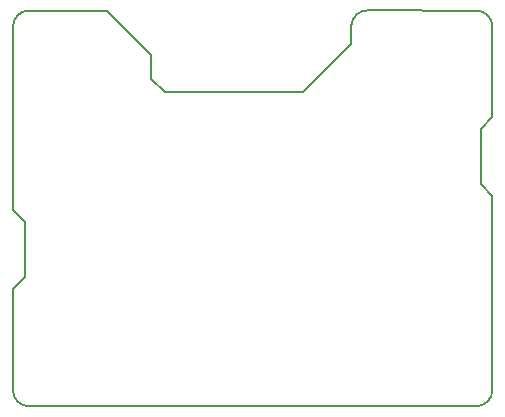
<source format=gbr>
G04 DipTrace 3.2.0.1*
G04 BoardOutline.gbr*
%MOMM*%
G04 #@! TF.FileFunction,Profile*
G04 #@! TF.Part,Single*
%ADD11C,0.14*%
%FSLAX35Y35*%
G04*
G71*
G90*
G75*
G01*
G04 BoardOutline*
%LPD*%
X-1890000Y1450000D2*
D11*
G03X-2030000Y1310000I-3333J-136667D01*
G01*
Y-240000D1*
X-1930000Y-340000D1*
Y-810000D1*
X-2030000Y-910000D1*
Y-1760000D1*
G03X-1890000Y-1900000I136667J-3333D01*
G01*
X1890000D1*
G03X2030000Y-1760000I3333J136667D01*
G01*
Y-120000D1*
X1930000Y-20000D1*
Y450000D1*
X2030000Y550000D1*
Y1310000D1*
G03X1890000Y1450000I-136667J3333D01*
G01*
X987000Y1453000D1*
G03X834000Y1320000I-10745J-142143D01*
G01*
Y1168000D1*
X428000Y759000D1*
X-746000D1*
X-859000Y872000D1*
Y1077000D1*
X-1232000Y1450000D1*
X-1890000D1*
M02*

</source>
